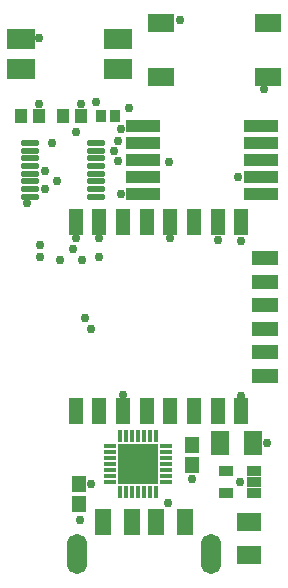
<source format=gts>
G04 Layer_Color=20142*
%FSLAX25Y25*%
%MOIN*%
G70*
G01*
G75*
%ADD36R,0.05131X0.05721*%
%ADD37R,0.11824X0.04343*%
%ADD38R,0.03556X0.04147*%
%ADD39R,0.05918X0.07887*%
%ADD40R,0.07887X0.05918*%
%ADD41R,0.03950X0.04737*%
%ADD42R,0.05131X0.03359*%
%ADD43R,0.09304X0.06800*%
%ADD44O,0.06312X0.02178*%
%ADD45R,0.09068X0.06312*%
%ADD46R,0.05524X0.08674*%
%ADD47R,0.13595X0.13595*%
%ADD48R,0.04016X0.01457*%
%ADD49R,0.01457X0.04016*%
%ADD50R,0.05131X0.08674*%
%ADD51R,0.08674X0.05131*%
%ADD52O,0.06706X0.13398*%
%ADD53C,0.02800*%
%ADD54C,0.03000*%
D36*
X407500Y302130D02*
D03*
Y308823D02*
D03*
X370000Y295823D02*
D03*
Y289130D02*
D03*
D37*
X430500Y392476D02*
D03*
Y398146D02*
D03*
Y403815D02*
D03*
Y409484D02*
D03*
Y415154D02*
D03*
X391130D02*
D03*
Y409484D02*
D03*
Y403815D02*
D03*
Y398146D02*
D03*
Y392476D02*
D03*
D38*
X377236Y418476D02*
D03*
X381764D02*
D03*
D39*
X428012Y309476D02*
D03*
X416988D02*
D03*
D40*
X426500Y271965D02*
D03*
Y282988D02*
D03*
D41*
X356453Y418476D02*
D03*
X350547D02*
D03*
X370453D02*
D03*
X364547D02*
D03*
D42*
X428224Y292736D02*
D03*
Y296476D02*
D03*
Y300217D02*
D03*
X418776D02*
D03*
Y292736D02*
D03*
D43*
X350480Y443976D02*
D03*
Y433976D02*
D03*
X383000Y443976D02*
D03*
Y433976D02*
D03*
D44*
X353476Y409433D02*
D03*
Y406874D02*
D03*
Y404315D02*
D03*
Y401756D02*
D03*
Y399197D02*
D03*
Y396638D02*
D03*
Y394079D02*
D03*
Y391520D02*
D03*
X375524Y409433D02*
D03*
Y406874D02*
D03*
Y404315D02*
D03*
Y401756D02*
D03*
Y399197D02*
D03*
Y396638D02*
D03*
Y394079D02*
D03*
Y391520D02*
D03*
D45*
X432913Y431618D02*
D03*
X397087D02*
D03*
Y449335D02*
D03*
X432913D02*
D03*
D46*
X405279Y283236D02*
D03*
X377720D02*
D03*
X387563D02*
D03*
X395437D02*
D03*
D47*
X389500Y302476D02*
D03*
D48*
X380051D02*
D03*
Y300508D02*
D03*
Y298539D02*
D03*
Y296571D02*
D03*
Y304445D02*
D03*
Y306413D02*
D03*
Y308382D02*
D03*
X398949D02*
D03*
Y306413D02*
D03*
Y304445D02*
D03*
Y296571D02*
D03*
Y298539D02*
D03*
Y300508D02*
D03*
Y302476D02*
D03*
D49*
X395406Y293028D02*
D03*
X393437D02*
D03*
X391469D02*
D03*
X389500D02*
D03*
X387531D02*
D03*
X385563D02*
D03*
X383594D02*
D03*
Y311925D02*
D03*
X385563D02*
D03*
X387531D02*
D03*
X389500D02*
D03*
X391469D02*
D03*
X393437D02*
D03*
X395406D02*
D03*
D50*
X423933Y382972D02*
D03*
Y319980D02*
D03*
X368815D02*
D03*
X376689D02*
D03*
X384563D02*
D03*
X392437D02*
D03*
X400311D02*
D03*
X408185D02*
D03*
X416059D02*
D03*
X368815Y382972D02*
D03*
X416059D02*
D03*
X408185D02*
D03*
X400311D02*
D03*
X392437D02*
D03*
X384563D02*
D03*
X376689D02*
D03*
D51*
X431807Y331791D02*
D03*
Y339665D02*
D03*
Y371161D02*
D03*
Y363287D02*
D03*
Y355413D02*
D03*
Y347539D02*
D03*
D52*
X413941Y272500D02*
D03*
X369059D02*
D03*
D53*
X393500Y298476D02*
D03*
Y302476D02*
D03*
Y306476D02*
D03*
X389500D02*
D03*
X385500D02*
D03*
Y302476D02*
D03*
Y298476D02*
D03*
X389500D02*
D03*
Y302476D02*
D03*
D54*
X373847Y295823D02*
D03*
X399500Y289476D02*
D03*
X370130Y283846D02*
D03*
X407500Y297476D02*
D03*
X432500Y309476D02*
D03*
X423500Y296476D02*
D03*
X400311Y377665D02*
D03*
X431413Y427563D02*
D03*
X416059Y377035D02*
D03*
X423933Y376909D02*
D03*
X352476Y389500D02*
D03*
X403500Y450335D02*
D03*
X356500Y444476D02*
D03*
X356453Y422429D02*
D03*
X370453D02*
D03*
X384563Y325413D02*
D03*
X423933Y325043D02*
D03*
X384000Y392476D02*
D03*
Y413976D02*
D03*
X358398Y394079D02*
D03*
X360957Y409433D02*
D03*
X422831Y398146D02*
D03*
X400000Y402976D02*
D03*
X383000Y403476D02*
D03*
X381602Y406874D02*
D03*
X383000Y409976D02*
D03*
X369000Y412976D02*
D03*
X375500Y422976D02*
D03*
X386500Y420976D02*
D03*
X358500Y399976D02*
D03*
X362500Y396638D02*
D03*
X363500Y370476D02*
D03*
X376689Y377787D02*
D03*
X368815Y377661D02*
D03*
X357000Y371476D02*
D03*
X376500D02*
D03*
X371000Y370476D02*
D03*
X357000Y375476D02*
D03*
X368000Y373976D02*
D03*
X372000Y350976D02*
D03*
X374000Y347476D02*
D03*
M02*

</source>
